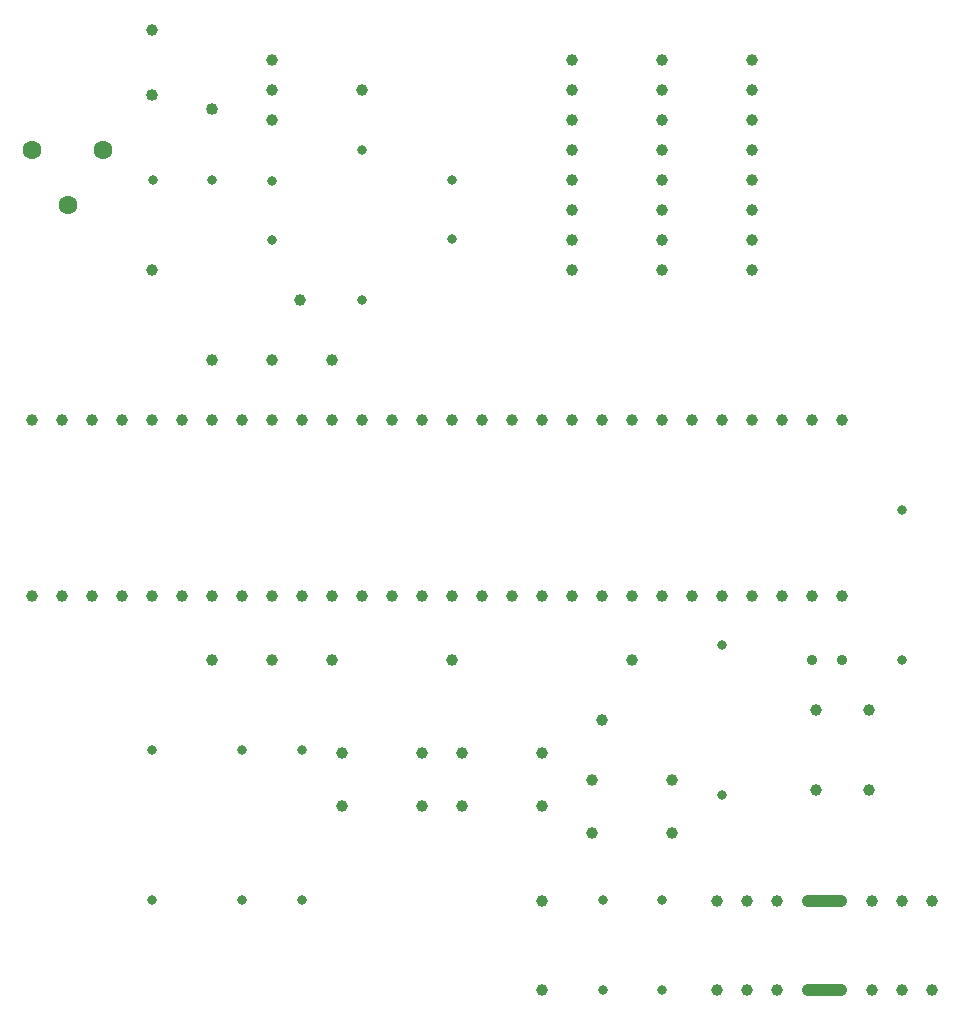
<source format=gbr>
%TF.GenerationSoftware,KiCad,Pcbnew,9.0.4*%
%TF.CreationDate,2025-11-08T13:29:43-07:00*%
%TF.ProjectId,egr304-subsystem schematic design-sb,65677233-3034-42d7-9375-627379737465,rev?*%
%TF.SameCoordinates,Original*%
%TF.FileFunction,Plated,1,2,PTH,Mixed*%
%TF.FilePolarity,Positive*%
%FSLAX46Y46*%
G04 Gerber Fmt 4.6, Leading zero omitted, Abs format (unit mm)*
G04 Created by KiCad (PCBNEW 9.0.4) date 2025-11-08 13:29:43*
%MOMM*%
%LPD*%
G01*
G04 APERTURE LIST*
%TA.AperFunction,ComponentDrill*%
%ADD10C,0.800000*%
%TD*%
%TA.AperFunction,ComponentDrill*%
%ADD11C,0.900000*%
%TD*%
%TA.AperFunction,ComponentDrill*%
%ADD12C,1.000000*%
%TD*%
G04 aperture for slot hole*
%TA.AperFunction,ComponentDrill*%
%ADD13C,1.000000*%
%TD*%
%TA.AperFunction,ComponentDrill*%
%ADD14C,1.010000*%
%TD*%
%TA.AperFunction,ComponentDrill*%
%ADD15C,1.600000*%
%TD*%
G04 APERTURE END LIST*
D10*
%TO.C,R10*%
X127000000Y-119380000D03*
X127000000Y-132080000D03*
%TO.C,C3*%
X127080000Y-71120000D03*
X132080000Y-71120000D03*
%TO.C,R9*%
X134620000Y-119380000D03*
X134620000Y-132080000D03*
%TO.C,C4*%
X137160000Y-71200000D03*
X137160000Y-76200000D03*
%TO.C,R8*%
X139700000Y-119380000D03*
X139700000Y-132080000D03*
%TO.C,R14*%
X144780000Y-68580000D03*
X144780000Y-81280000D03*
%TO.C,C1*%
X152400000Y-71120000D03*
X152400000Y-76120000D03*
%TO.C,C5*%
X165180000Y-132080000D03*
%TO.C,C6*%
X165180000Y-139700000D03*
%TO.C,C5*%
X170180000Y-132080000D03*
%TO.C,C6*%
X170180000Y-139700000D03*
%TO.C,R2*%
X175260000Y-110490000D03*
X175260000Y-123190000D03*
%TO.C,R11*%
X190500000Y-99060000D03*
X190500000Y-111760000D03*
D11*
%TO.C,D1*%
X182880000Y-111760000D03*
X185420000Y-111760000D03*
D12*
%TO.C,curiosityNano(pic18f57q43)-SB1*%
X116840000Y-91440000D03*
X116840000Y-106370000D03*
X119380000Y-91440000D03*
X119380000Y-106370000D03*
X121920000Y-91440000D03*
X121920000Y-106370000D03*
X124460000Y-91440000D03*
X124460000Y-106370000D03*
%TO.C,J16*%
X127000000Y-58420000D03*
%TO.C,J15*%
X127000000Y-78740000D03*
%TO.C,curiosityNano(pic18f57q43)-SB1*%
X127000000Y-91440000D03*
X127000000Y-106370000D03*
X129540000Y-91440000D03*
X129540000Y-106370000D03*
%TO.C,J21*%
X132080000Y-86360000D03*
%TO.C,curiosityNano(pic18f57q43)-SB1*%
X132080000Y-91440000D03*
X132080000Y-106370000D03*
%TO.C,J19*%
X132080000Y-111760000D03*
%TO.C,curiosityNano(pic18f57q43)-SB1*%
X134620000Y-91440000D03*
X134620000Y-106370000D03*
%TO.C,U2*%
X137160000Y-60960000D03*
X137160000Y-63500000D03*
X137160000Y-66040000D03*
%TO.C,J22*%
X137160000Y-86360000D03*
%TO.C,curiosityNano(pic18f57q43)-SB1*%
X137160000Y-91440000D03*
X137160000Y-106370000D03*
%TO.C,J18*%
X137160000Y-111760000D03*
%TO.C,J6*%
X139500000Y-81280000D03*
%TO.C,curiosityNano(pic18f57q43)-SB1*%
X139700000Y-91440000D03*
X139700000Y-106370000D03*
%TO.C,J20*%
X142240000Y-86360000D03*
%TO.C,curiosityNano(pic18f57q43)-SB1*%
X142240000Y-91440000D03*
X142240000Y-106370000D03*
%TO.C,J23*%
X142240000Y-111760000D03*
%TO.C,SW3*%
X143060000Y-119670000D03*
X143060000Y-124170000D03*
%TO.C,J1*%
X144780000Y-63500000D03*
%TO.C,curiosityNano(pic18f57q43)-SB1*%
X144780000Y-91440000D03*
X144780000Y-106370000D03*
X147320000Y-91440000D03*
X147320000Y-106370000D03*
X149860000Y-91440000D03*
X149860000Y-106370000D03*
%TO.C,SW3*%
X149860000Y-119670000D03*
X149860000Y-124170000D03*
%TO.C,curiosityNano(pic18f57q43)-SB1*%
X152400000Y-91440000D03*
X152400000Y-106370000D03*
%TO.C,J12*%
X152400000Y-111760000D03*
%TO.C,SW2*%
X153220000Y-119670000D03*
X153220000Y-124170000D03*
%TO.C,curiosityNano(pic18f57q43)-SB1*%
X154940000Y-91440000D03*
X154940000Y-106370000D03*
X157480000Y-91440000D03*
X157480000Y-106370000D03*
X160020000Y-91440000D03*
X160020000Y-106370000D03*
%TO.C,SW2*%
X160020000Y-119670000D03*
X160020000Y-124170000D03*
%TO.C,M1*%
X160020000Y-132180000D03*
X160020000Y-139700000D03*
%TO.C,J11*%
X162560000Y-60960000D03*
X162560000Y-63500000D03*
X162560000Y-66040000D03*
X162560000Y-68580000D03*
X162560000Y-71120000D03*
X162560000Y-73660000D03*
X162560000Y-76200000D03*
X162560000Y-78740000D03*
%TO.C,curiosityNano(pic18f57q43)-SB1*%
X162560000Y-91440000D03*
X162560000Y-106370000D03*
%TO.C,SW4*%
X164240000Y-121920000D03*
X164240000Y-126420000D03*
%TO.C,curiosityNano(pic18f57q43)-SB1*%
X165100000Y-91440000D03*
X165100000Y-106370000D03*
%TO.C,J13*%
X165100000Y-116840000D03*
%TO.C,curiosityNano(pic18f57q43)-SB1*%
X167640000Y-91440000D03*
X167640000Y-106370000D03*
%TO.C,J14*%
X167640000Y-111760000D03*
%TO.C,J4*%
X170180000Y-60960000D03*
X170180000Y-63500000D03*
X170180000Y-66040000D03*
X170180000Y-68580000D03*
X170180000Y-71120000D03*
X170180000Y-73660000D03*
X170180000Y-76200000D03*
X170180000Y-78740000D03*
%TO.C,curiosityNano(pic18f57q43)-SB1*%
X170180000Y-91440000D03*
X170180000Y-106370000D03*
%TO.C,SW4*%
X171040000Y-121920000D03*
X171040000Y-126420000D03*
%TO.C,curiosityNano(pic18f57q43)-SB1*%
X172720000Y-91440000D03*
X172720000Y-106370000D03*
%TO.C,U1*%
X174840000Y-132180000D03*
X174840000Y-139700000D03*
%TO.C,curiosityNano(pic18f57q43)-SB1*%
X175260000Y-91440000D03*
X175260000Y-106370000D03*
%TO.C,U1*%
X177380000Y-132180000D03*
X177380000Y-139700000D03*
%TO.C,J10*%
X177800000Y-60960000D03*
X177800000Y-63500000D03*
X177800000Y-66040000D03*
X177800000Y-68580000D03*
X177800000Y-71120000D03*
X177800000Y-73660000D03*
X177800000Y-76200000D03*
X177800000Y-78740000D03*
%TO.C,curiosityNano(pic18f57q43)-SB1*%
X177800000Y-91440000D03*
X177800000Y-106370000D03*
%TO.C,U1*%
X179920000Y-132180000D03*
X179920000Y-139700000D03*
%TO.C,curiosityNano(pic18f57q43)-SB1*%
X180340000Y-91440000D03*
X180340000Y-106370000D03*
X182880000Y-91440000D03*
X182880000Y-106370000D03*
%TO.C,SW5*%
X183170000Y-115980000D03*
X183170000Y-122780000D03*
D13*
%TO.C,U1*%
X182520000Y-132180000D02*
X185320000Y-132180000D01*
X182520000Y-139700000D02*
X185320000Y-139700000D01*
D12*
%TO.C,curiosityNano(pic18f57q43)-SB1*%
X185420000Y-91440000D03*
X185420000Y-106370000D03*
%TO.C,SW5*%
X187670000Y-115980000D03*
X187670000Y-122780000D03*
%TO.C,U1*%
X187960000Y-132180000D03*
X187960000Y-139700000D03*
X190500000Y-132180000D03*
X190500000Y-139700000D03*
X193040000Y-132180000D03*
X193040000Y-139700000D03*
D14*
%TO.C,F1*%
X126980000Y-63920000D03*
X132080000Y-65120000D03*
D15*
%TO.C,J2*%
X116840000Y-68580000D03*
X119840000Y-73280000D03*
X122840000Y-68580000D03*
M02*

</source>
